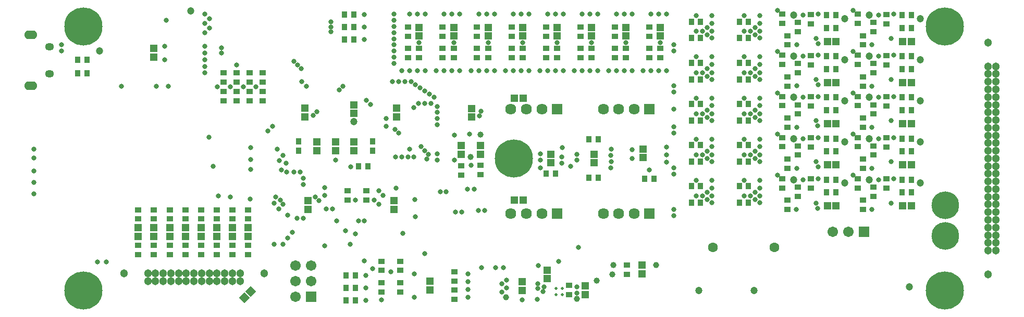
<source format=gbr>
%TF.GenerationSoftware,Altium Limited,Altium Designer,22.4.2 (48)*%
G04 Layer_Color=16711935*
%FSLAX45Y45*%
%MOMM*%
%TF.SameCoordinates,1579B7B8-C0FA-446B-BA7A-E71437B095E0*%
%TF.FilePolarity,Negative*%
%TF.FileFunction,Soldermask,Bot*%
%TF.Part,Single*%
G01*
G75*
%TA.AperFunction,ViaPad*%
%ADD87C,0.50000*%
%TA.AperFunction,SMDPad,CuDef*%
%ADD94R,0.90320X1.10320*%
%ADD95R,1.10320X0.90320*%
%ADD96R,1.30320X1.25320*%
%ADD97R,0.90320X1.05320*%
%ADD98R,1.25320X1.30320*%
%TA.AperFunction,ConnectorPad*%
%ADD99R,0.90320X1.10320*%
%TA.AperFunction,SMDPad,CuDef*%
G04:AMPARAMS|DCode=100|XSize=1.3032mm|YSize=1.2532mm|CornerRadius=0mm|HoleSize=0mm|Usage=FLASHONLY|Rotation=315.000|XOffset=0mm|YOffset=0mm|HoleType=Round|Shape=Rectangle|*
%AMROTATEDRECTD100*
4,1,4,-0.90383,0.01768,-0.01768,0.90383,0.90383,-0.01768,0.01768,-0.90383,-0.90383,0.01768,0.0*
%
%ADD100ROTATEDRECTD100*%

%TA.AperFunction,ComponentPad*%
%ADD101C,1.79320*%
%ADD102R,1.79320X1.79320*%
%ADD103C,1.30320*%
%ADD104C,4.50320*%
%ADD105C,1.70320*%
%ADD106R,1.70320X1.70320*%
%ADD107O,1.45320X1.25320*%
%ADD108O,2.10320X1.40320*%
%ADD109R,1.70320X1.70320*%
%TA.AperFunction,ViaPad*%
%ADD110C,0.80320*%
%ADD111C,1.00320*%
%ADD112C,1.20320*%
%ADD113C,6.20320*%
%ADD114C,1.60320*%
D87*
X9780002Y1285001D02*
D03*
X9680002D02*
D03*
X9780002Y1385001D02*
D03*
X9680002D02*
D03*
D94*
X11125000Y3170000D02*
D03*
X11275000D02*
D03*
X9525000Y3250000D02*
D03*
X9675000D02*
D03*
X10365000Y3810000D02*
D03*
X10215000D02*
D03*
X10220000Y3190000D02*
D03*
X10370000Y3190000D02*
D03*
X2060000Y5105000D02*
D03*
X1910000D02*
D03*
X2060000Y4890001D02*
D03*
X1910000Y4890000D02*
D03*
X6475000Y3370000D02*
D03*
X6625000D02*
D03*
X6420000Y1190000D02*
D03*
X6270000D02*
D03*
X6420000Y1395000D02*
D03*
X6270000D02*
D03*
Y1594999D02*
D03*
X6420000D02*
D03*
X6395000Y5440000D02*
D03*
X6245000Y5440000D02*
D03*
X6395000Y5645000D02*
D03*
X6245000Y5645000D02*
D03*
X11879999Y2780000D02*
D03*
X12029999D02*
D03*
X11879999Y3050000D02*
D03*
X12029999D02*
D03*
X12659998Y2780000D02*
D03*
X12809998D02*
D03*
X12659998Y3050000D02*
D03*
X12809998D02*
D03*
X11879999Y3450000D02*
D03*
X12029999D02*
D03*
X11879999Y3720000D02*
D03*
X12029999D02*
D03*
X12659998Y3450000D02*
D03*
X12809998D02*
D03*
X12659998Y3720000D02*
D03*
X12809998D02*
D03*
X11879999Y4120000D02*
D03*
X12029999D02*
D03*
X11879999Y4390000D02*
D03*
X12029999D02*
D03*
X12659998Y4120000D02*
D03*
X12809998D02*
D03*
X12659998Y4390000D02*
D03*
X12809998D02*
D03*
X11879999Y4790000D02*
D03*
X12029999D02*
D03*
X11879999Y5060000D02*
D03*
X12029999D02*
D03*
X12659998Y4790000D02*
D03*
X12809998D02*
D03*
X12659998Y5060000D02*
D03*
X12809998D02*
D03*
X11879999Y5459999D02*
D03*
X12029999D02*
D03*
X11879999Y5729999D02*
D03*
X12029999D02*
D03*
X12659998Y5730000D02*
D03*
X12809998D02*
D03*
X12659998Y5460000D02*
D03*
X12809998D02*
D03*
X14230000Y3155001D02*
D03*
X14080003D02*
D03*
X14230000Y2945001D02*
D03*
X14080003D02*
D03*
X15305000Y5835000D02*
D03*
X15455000D02*
D03*
X15305000Y5625000D02*
D03*
X15455000D02*
D03*
X14079999Y4495001D02*
D03*
X14229996D02*
D03*
X14079999Y4285001D02*
D03*
X14229996D02*
D03*
X14079999Y3825001D02*
D03*
X14230000D02*
D03*
X14079999Y3615001D02*
D03*
X14230000D02*
D03*
X14080003Y5165001D02*
D03*
X14230000D02*
D03*
X14080003Y4955001D02*
D03*
X14230000D02*
D03*
X14079999Y5835001D02*
D03*
X14230000D02*
D03*
X14079999Y5625001D02*
D03*
X14230000D02*
D03*
X15305003Y3825001D02*
D03*
X15455000D02*
D03*
X15305003Y3615001D02*
D03*
X15455000D02*
D03*
X15304997Y4495001D02*
D03*
X15455000D02*
D03*
X15304997Y4285001D02*
D03*
X15455000D02*
D03*
X15304997Y3155001D02*
D03*
X15454996D02*
D03*
X15304997Y2945001D02*
D03*
X15454996D02*
D03*
X15304997Y5165001D02*
D03*
X15455000D02*
D03*
X15304997Y4955001D02*
D03*
X15455000D02*
D03*
D95*
X6850000Y1475000D02*
D03*
Y1325000D02*
D03*
Y1825000D02*
D03*
Y1675000D02*
D03*
X4285000Y4440000D02*
D03*
Y4590000D02*
D03*
Y4745000D02*
D03*
Y4895000D02*
D03*
X4170001Y2515000D02*
D03*
Y2665000D02*
D03*
Y1935000D02*
D03*
Y2085000D02*
D03*
X6600000Y2825000D02*
D03*
Y2975000D02*
D03*
X6300000Y2975000D02*
D03*
Y2825000D02*
D03*
X10835000Y1615000D02*
D03*
Y1765000D02*
D03*
X7150000Y1675000D02*
D03*
Y1825000D02*
D03*
Y1325000D02*
D03*
Y1475000D02*
D03*
X8140000Y3230000D02*
D03*
Y3380000D02*
D03*
X8455000Y3390000D02*
D03*
Y3240000D02*
D03*
X4495000Y4895000D02*
D03*
Y4745000D02*
D03*
Y4590000D02*
D03*
Y4440000D02*
D03*
X4705000Y4895000D02*
D03*
Y4745000D02*
D03*
Y4590000D02*
D03*
Y4440000D02*
D03*
X4915000Y4590000D02*
D03*
Y4440000D02*
D03*
Y4895000D02*
D03*
Y4745000D02*
D03*
X8030000Y1355000D02*
D03*
Y1205000D02*
D03*
X8030000Y1505000D02*
D03*
Y1655000D02*
D03*
X9895682Y1435001D02*
D03*
Y1285001D02*
D03*
X2895001Y1935000D02*
D03*
Y2085000D02*
D03*
Y2515000D02*
D03*
Y2665000D02*
D03*
X3150001Y1935000D02*
D03*
Y2085000D02*
D03*
Y2515000D02*
D03*
Y2665000D02*
D03*
X4425001Y2515000D02*
D03*
Y2665000D02*
D03*
Y1935000D02*
D03*
Y2085000D02*
D03*
X3660001Y2515000D02*
D03*
Y2665000D02*
D03*
Y1935000D02*
D03*
Y2085000D02*
D03*
X3405001Y2515000D02*
D03*
Y2665000D02*
D03*
Y1935000D02*
D03*
Y2085000D02*
D03*
X3915001Y2515000D02*
D03*
Y2665000D02*
D03*
Y1935000D02*
D03*
Y2085000D02*
D03*
X4680001Y2515000D02*
D03*
Y2665000D02*
D03*
Y1935000D02*
D03*
Y2085000D02*
D03*
X8399007Y5639997D02*
D03*
Y5490000D02*
D03*
X8579007Y5144997D02*
D03*
Y5294999D02*
D03*
X8399007Y5144997D02*
D03*
Y5294999D02*
D03*
X8959007Y5639997D02*
D03*
Y5490000D02*
D03*
X9139007Y5144997D02*
D03*
Y5294999D02*
D03*
X8959007Y5144997D02*
D03*
Y5294999D02*
D03*
X7839007Y5639997D02*
D03*
Y5490000D02*
D03*
X8019007Y5144997D02*
D03*
Y5294999D02*
D03*
X7839007Y5144997D02*
D03*
Y5294999D02*
D03*
X7279008Y5490000D02*
D03*
Y5639997D02*
D03*
X7459007Y5294999D02*
D03*
Y5144997D02*
D03*
X7279008Y5294999D02*
D03*
Y5144997D02*
D03*
X10079007Y5639997D02*
D03*
Y5490000D02*
D03*
X10259007Y5144997D02*
D03*
Y5294999D02*
D03*
X10079007Y5144997D02*
D03*
Y5294999D02*
D03*
X11199007Y5639997D02*
D03*
Y5490000D02*
D03*
X11379006Y5144997D02*
D03*
Y5294999D02*
D03*
X11199007Y5144997D02*
D03*
Y5294999D02*
D03*
X9519007Y5639997D02*
D03*
Y5490000D02*
D03*
X9699007Y5144997D02*
D03*
Y5294999D02*
D03*
X9519007Y5144997D02*
D03*
Y5294999D02*
D03*
X10639007Y5639997D02*
D03*
Y5490000D02*
D03*
X10819007Y5144997D02*
D03*
Y5294999D02*
D03*
X10639007Y5144997D02*
D03*
Y5294999D02*
D03*
X13825002Y3165001D02*
D03*
Y3015003D02*
D03*
X13615001Y2884999D02*
D03*
Y3034996D02*
D03*
X13360001Y3170001D02*
D03*
Y3020003D02*
D03*
X13445001Y2669999D02*
D03*
Y2819996D02*
D03*
X15050000Y5695000D02*
D03*
Y5844999D02*
D03*
X14839999Y5715000D02*
D03*
Y5565000D02*
D03*
X14585001Y5700000D02*
D03*
Y5849999D02*
D03*
X14670000Y5500000D02*
D03*
Y5350000D02*
D03*
X13825002Y4354998D02*
D03*
Y4504995D02*
D03*
X13615001Y4375001D02*
D03*
Y4225004D02*
D03*
X13359996Y4359998D02*
D03*
Y4509995D02*
D03*
X13445001Y4160001D02*
D03*
Y4010004D02*
D03*
X13825002Y3684998D02*
D03*
Y3835000D02*
D03*
X13615001Y3705001D02*
D03*
Y3554999D02*
D03*
X13359996Y3689998D02*
D03*
Y3840000D02*
D03*
X13445001Y3490001D02*
D03*
Y3339999D02*
D03*
X13825002Y5025003D02*
D03*
Y5175000D02*
D03*
X13615001Y5044996D02*
D03*
Y4894999D02*
D03*
X13359996Y5030003D02*
D03*
Y5180000D02*
D03*
X13445001Y4829996D02*
D03*
Y4679999D02*
D03*
X13825002Y5694998D02*
D03*
Y5845000D02*
D03*
X13615001Y5715001D02*
D03*
Y5564999D02*
D03*
X13359996Y5699998D02*
D03*
Y5850000D02*
D03*
X13445001Y5500001D02*
D03*
Y5349999D02*
D03*
X15050002Y3685003D02*
D03*
Y3835000D02*
D03*
X14840001Y3704996D02*
D03*
Y3554999D02*
D03*
X14584996Y3690003D02*
D03*
Y3840000D02*
D03*
X14670001Y3489996D02*
D03*
Y3339999D02*
D03*
X15050002Y4354998D02*
D03*
Y4505000D02*
D03*
X14840001Y4375001D02*
D03*
Y4224999D02*
D03*
X14584996Y4359998D02*
D03*
Y4510000D02*
D03*
X14670001Y4160001D02*
D03*
Y4009999D02*
D03*
X15050002Y3014998D02*
D03*
Y3164995D02*
D03*
X14840001Y3035001D02*
D03*
Y2885004D02*
D03*
X14584996Y3019998D02*
D03*
Y3169995D02*
D03*
X14670001Y2820001D02*
D03*
Y2670004D02*
D03*
X15050002Y5024998D02*
D03*
Y5175000D02*
D03*
X14840001Y5045001D02*
D03*
Y4894999D02*
D03*
X14584996Y5029998D02*
D03*
Y5180000D02*
D03*
X14670001Y4830001D02*
D03*
Y4679999D02*
D03*
D96*
X4170001Y2370000D02*
D03*
Y2230000D02*
D03*
X9600002Y3569999D02*
D03*
Y3429998D02*
D03*
X6100000Y3630000D02*
D03*
Y3770000D02*
D03*
X6400000Y3630000D02*
D03*
Y3770000D02*
D03*
X11080000Y1760000D02*
D03*
Y1620000D02*
D03*
X8307497Y4313751D02*
D03*
Y4173751D02*
D03*
X10300000Y3570002D02*
D03*
Y3430002D02*
D03*
X11100000Y3655000D02*
D03*
Y3515000D02*
D03*
X8140000Y3710000D02*
D03*
Y3570000D02*
D03*
X8455000Y3710000D02*
D03*
Y3570000D02*
D03*
X3150000Y5290000D02*
D03*
Y5150000D02*
D03*
X6395000Y4235000D02*
D03*
Y4375000D02*
D03*
X5650000Y2810000D02*
D03*
Y2670000D02*
D03*
X5605000Y4180000D02*
D03*
Y4320000D02*
D03*
X7090000Y4180000D02*
D03*
Y4320000D02*
D03*
X7050000Y2670000D02*
D03*
Y2810000D02*
D03*
X5800000Y3630000D02*
D03*
Y3770000D02*
D03*
X7630000Y1500991D02*
D03*
Y1360991D02*
D03*
X9535002Y1540001D02*
D03*
Y1680001D02*
D03*
X10155002Y1285001D02*
D03*
Y1425001D02*
D03*
X9135002Y1352502D02*
D03*
Y1492502D02*
D03*
X2895001Y2370000D02*
D03*
Y2230000D02*
D03*
X3150001Y2370000D02*
D03*
Y2230000D02*
D03*
X4425001Y2370000D02*
D03*
Y2230000D02*
D03*
X3660001Y2370000D02*
D03*
Y2230000D02*
D03*
X3405001Y2370000D02*
D03*
Y2230000D02*
D03*
X3915001Y2370000D02*
D03*
Y2230000D02*
D03*
X4680001Y2370000D02*
D03*
Y2230000D02*
D03*
X8579007Y5494999D02*
D03*
Y5634998D02*
D03*
X9139007Y5494999D02*
D03*
Y5634998D02*
D03*
X8019007Y5494999D02*
D03*
Y5634998D02*
D03*
X7459007D02*
D03*
Y5494999D02*
D03*
X10259007D02*
D03*
Y5634998D02*
D03*
X11379006Y5494999D02*
D03*
Y5634998D02*
D03*
X9699007Y5494999D02*
D03*
Y5634998D02*
D03*
X10819007Y5494999D02*
D03*
Y5634998D02*
D03*
D97*
X5500000Y3622500D02*
D03*
Y3777500D02*
D03*
X6700000D02*
D03*
Y3622500D02*
D03*
D98*
X9005000Y4480000D02*
D03*
X9145000D02*
D03*
X9005000Y2825000D02*
D03*
X9145000D02*
D03*
X15455000Y3394998D02*
D03*
X15314999D02*
D03*
X14089999Y2724998D02*
D03*
X14230000D02*
D03*
X15455000Y5405000D02*
D03*
X15314999D02*
D03*
X14230005Y4064998D02*
D03*
X14089999D02*
D03*
X14230000Y3394998D02*
D03*
X14089999D02*
D03*
X14230000Y4734998D02*
D03*
X14089999D02*
D03*
X14230000Y5404998D02*
D03*
X14089999D02*
D03*
X15455000Y4064998D02*
D03*
X15314999D02*
D03*
X15455005Y2724998D02*
D03*
X15314999D02*
D03*
X15455000Y4734998D02*
D03*
X15314999D02*
D03*
D99*
X6245000Y5844999D02*
D03*
X6395000Y5844999D02*
D03*
D100*
X4719498Y1329497D02*
D03*
X4620503Y1230502D02*
D03*
D101*
X8949998Y4299999D02*
D03*
X9200000D02*
D03*
X9450002D02*
D03*
X10949999Y2600001D02*
D03*
X10699997D02*
D03*
X10450000D02*
D03*
X10950002Y4300002D02*
D03*
X10700000D02*
D03*
X10449998D02*
D03*
X8949998Y2599999D02*
D03*
X9200000D02*
D03*
X9450002D02*
D03*
D102*
X9699999Y4299999D02*
D03*
X11200001Y2600001D02*
D03*
X11199999Y4300001D02*
D03*
X9699999Y2599999D02*
D03*
D103*
X2660000Y1625000D02*
D03*
X4940001Y1625000D02*
D03*
X3050001Y1500001D02*
D03*
X3175000D02*
D03*
X3299998D02*
D03*
X3425002D02*
D03*
X3550001D02*
D03*
X3674999D02*
D03*
X3800003D02*
D03*
X3925001D02*
D03*
X4050000D02*
D03*
X4174998D02*
D03*
X4300002D02*
D03*
X4425000D02*
D03*
X4549998D02*
D03*
X3050002Y1625000D02*
D03*
X3175000D02*
D03*
X3299998D02*
D03*
X3425002D02*
D03*
X3550000D02*
D03*
X3674999D02*
D03*
X3800003D02*
D03*
X3925001D02*
D03*
X4050000D02*
D03*
X4174998D02*
D03*
X4300002D02*
D03*
X4425000D02*
D03*
X4549999D02*
D03*
X16700000Y2500000D02*
D03*
X16825000Y2375000D02*
D03*
Y2500000D02*
D03*
X16700000Y2250000D02*
D03*
X16825000D02*
D03*
X16700000Y2125000D02*
D03*
X16825000D02*
D03*
X16700000Y2375000D02*
D03*
Y2000000D02*
D03*
X16825000D02*
D03*
X16700000Y1610000D02*
D03*
Y5390000D02*
D03*
X16825000Y2625000D02*
D03*
Y2750000D02*
D03*
Y2875000D02*
D03*
Y3000000D02*
D03*
Y3125000D02*
D03*
Y3250000D02*
D03*
Y3375000D02*
D03*
Y3500000D02*
D03*
Y3625000D02*
D03*
Y3750000D02*
D03*
Y3875000D02*
D03*
Y4000000D02*
D03*
Y4125000D02*
D03*
Y4250000D02*
D03*
Y4375000D02*
D03*
Y4500000D02*
D03*
Y4625000D02*
D03*
Y4750000D02*
D03*
Y4875000D02*
D03*
Y5000000D02*
D03*
X16700000Y2625000D02*
D03*
Y2750000D02*
D03*
Y2875000D02*
D03*
Y3000000D02*
D03*
Y3125000D02*
D03*
Y3250000D02*
D03*
Y3375000D02*
D03*
Y3500000D02*
D03*
Y3625000D02*
D03*
Y3750000D02*
D03*
Y3875000D02*
D03*
Y4000000D02*
D03*
Y4125000D02*
D03*
Y4250000D02*
D03*
Y4375000D02*
D03*
Y4500000D02*
D03*
Y4625000D02*
D03*
Y4750000D02*
D03*
Y4875000D02*
D03*
Y5000000D02*
D03*
D104*
X16005000Y2740000D02*
D03*
X16005000Y2239996D02*
D03*
D105*
X14175999Y2305000D02*
D03*
X14430000D02*
D03*
X5451000Y1251000D02*
D03*
X5705000Y1505000D02*
D03*
X5451000D02*
D03*
X5705000Y1759000D02*
D03*
X5451000D02*
D03*
D106*
X14684000Y2305000D02*
D03*
D107*
X1450000Y5322500D02*
D03*
Y4877497D02*
D03*
D108*
X1150001Y4682502D02*
D03*
X1150001Y5517501D02*
D03*
D109*
X5705000Y1251000D02*
D03*
D110*
X4050000Y5775000D02*
D03*
X3975000Y5700000D02*
D03*
X4050000Y5625000D02*
D03*
X7300000Y3650000D02*
D03*
X6050000Y2675000D02*
D03*
X9920000Y3370000D02*
D03*
X11475000Y3687501D02*
D03*
Y3562498D02*
D03*
Y3437499D02*
D03*
X10580000Y3450000D02*
D03*
X10920000Y3500000D02*
D03*
Y3640000D02*
D03*
X10020000Y3570000D02*
D03*
Y3470000D02*
D03*
X3350000Y5750000D02*
D03*
X9425000Y3350000D02*
D03*
X8150000Y2625000D02*
D03*
X8050000D02*
D03*
X5950000Y2675000D02*
D03*
X2235000Y1815000D02*
D03*
X2375000D02*
D03*
X5925000Y2900000D02*
D03*
X10050000Y2050000D02*
D03*
X7550000Y1950000D02*
D03*
X7195000Y2278661D02*
D03*
X6925000Y4025000D02*
D03*
Y4150000D02*
D03*
X5575000Y3075000D02*
D03*
Y3175000D02*
D03*
X7000000Y1650000D02*
D03*
X6700000Y1700000D02*
D03*
X6850000Y1200000D02*
D03*
X5922791Y2077209D02*
D03*
X7375000Y4325000D02*
D03*
X7450000Y4400000D02*
D03*
X7550000D02*
D03*
X7650000D02*
D03*
X4495000Y5025000D02*
D03*
X4180000Y4670000D02*
D03*
X4390000D02*
D03*
X4600000D02*
D03*
X4810000D02*
D03*
X11595000Y3915000D02*
D03*
X12209999Y5570000D02*
D03*
X5925000Y3025000D02*
D03*
X4715000Y2840000D02*
D03*
X4390000Y2875000D02*
D03*
X4200000Y2890000D02*
D03*
X4110000Y3370000D02*
D03*
X4045000Y3850000D02*
D03*
X5125000Y2875000D02*
D03*
X5220000Y3315000D02*
D03*
X5000000Y3950000D02*
D03*
X5075000Y4025000D02*
D03*
X5300000Y3425000D02*
D03*
X5190000Y3465000D02*
D03*
X5525000Y3275000D02*
D03*
X5425000D02*
D03*
X6800000Y2975000D02*
D03*
X6875000Y2900000D02*
D03*
X7390000Y2830000D02*
D03*
X7085000Y3020000D02*
D03*
X5625000Y4675000D02*
D03*
X5550000Y4750000D02*
D03*
X6265000Y2320000D02*
D03*
X11600000Y4300001D02*
D03*
X8245000Y3000000D02*
D03*
X8350000D02*
D03*
X7400000Y2550000D02*
D03*
X8425000Y2650000D02*
D03*
X8525000D02*
D03*
X6570000Y2487300D02*
D03*
X6475000Y2485000D02*
D03*
X6420000Y2275000D02*
D03*
X6118446Y2485000D02*
D03*
X5575000Y2525000D02*
D03*
X5475000D02*
D03*
X7750000Y4150000D02*
D03*
Y4050000D02*
D03*
Y4250000D02*
D03*
X7900000Y2955000D02*
D03*
X7800000D02*
D03*
X12839998Y2890000D02*
D03*
X11600000Y3245000D02*
D03*
X7175000Y3525000D02*
D03*
X7075000D02*
D03*
X7275000D02*
D03*
X7375000D02*
D03*
X8475000Y1725000D02*
D03*
X8825000D02*
D03*
X8700000D02*
D03*
X8880002Y1520002D02*
D03*
X15170000Y3170000D02*
D03*
X7992997Y4930001D02*
D03*
X7865997D02*
D03*
X8119997D02*
D03*
X7475000Y4650000D02*
D03*
X7225000Y4750000D02*
D03*
X7125000D02*
D03*
X7178998Y4930001D02*
D03*
X11960059Y5154931D02*
D03*
X12209999Y5155000D02*
D03*
X11959999Y5825000D02*
D03*
X12209999D02*
D03*
Y5700000D02*
D03*
X6800000Y2750000D02*
D03*
X7750000Y3575000D02*
D03*
Y3475000D02*
D03*
X12209999Y3145000D02*
D03*
Y3020000D02*
D03*
X7700000Y4500000D02*
D03*
X7625000Y4550000D02*
D03*
X7550000Y4600000D02*
D03*
X7400000Y4700000D02*
D03*
X7325000Y4750000D02*
D03*
X7750000Y4350000D02*
D03*
X7025000Y4750000D02*
D03*
X7050000Y5050000D02*
D03*
X9395000Y1755000D02*
D03*
X7050000Y5150000D02*
D03*
X7460000Y5385000D02*
D03*
X9140000D02*
D03*
X7050000Y5250000D02*
D03*
X11600000Y4585000D02*
D03*
X7050000Y5350000D02*
D03*
Y5450000D02*
D03*
X11098997Y4930001D02*
D03*
X7050000Y5550000D02*
D03*
Y5650000D02*
D03*
Y5750000D02*
D03*
X1200000Y3510000D02*
D03*
X7559998Y5854998D02*
D03*
X7305998D02*
D03*
X8030000Y3880000D02*
D03*
X8035000Y3470000D02*
D03*
X8985997Y5854998D02*
D03*
X7050000Y5850000D02*
D03*
X12989998Y5570000D02*
D03*
X12989999Y5460000D02*
D03*
X12739998Y5825000D02*
D03*
X11600000Y3345000D02*
D03*
X12989998Y3145000D02*
D03*
X6025000Y5565000D02*
D03*
Y5645000D02*
D03*
Y5725000D02*
D03*
X5545000Y4960000D02*
D03*
X5485000Y5020000D02*
D03*
X5425000Y5080000D02*
D03*
X7865997Y5854998D02*
D03*
X11225997D02*
D03*
X7992997D02*
D03*
X11352997D02*
D03*
Y4930001D02*
D03*
X9545997Y5854998D02*
D03*
X10919997D02*
D03*
X10105997D02*
D03*
X10665997D02*
D03*
X11595000Y2570000D02*
D03*
Y2670000D02*
D03*
Y4015000D02*
D03*
X11600000Y4685000D02*
D03*
X13935001Y2690000D02*
D03*
X13939999Y3365000D02*
D03*
X13935001Y4035000D02*
D03*
X13939999Y4705000D02*
D03*
X11600000Y5250000D02*
D03*
Y5350000D02*
D03*
X14510001Y5240000D02*
D03*
X13939999Y5370000D02*
D03*
X7124491Y3913275D02*
D03*
X7610000Y3570000D02*
D03*
X7550000Y3630000D02*
D03*
X7580000Y3490000D02*
D03*
X8460000Y4270000D02*
D03*
X7490000Y3690000D02*
D03*
X8440000Y4190000D02*
D03*
X5400000Y2300000D02*
D03*
X10575000Y3350000D02*
D03*
Y3550000D02*
D03*
X10580000Y3650000D02*
D03*
X9780000Y3675000D02*
D03*
X9425000Y3575000D02*
D03*
X9775000Y3525000D02*
D03*
X9425000Y3475000D02*
D03*
X9775000Y3425000D02*
D03*
X10025002Y1310001D02*
D03*
Y1405002D02*
D03*
X8255000Y1621491D02*
D03*
Y1494491D02*
D03*
X9135002Y1199050D02*
D03*
X8800002Y1325001D02*
D03*
Y1455001D02*
D03*
X8255000Y1240491D02*
D03*
Y1367491D02*
D03*
X9380002Y1205001D02*
D03*
X1650000Y5250000D02*
D03*
X3975000Y5215000D02*
D03*
X4250000Y5220000D02*
D03*
Y5305000D02*
D03*
X6725000Y2825000D02*
D03*
X8300000Y3390000D02*
D03*
X8274998Y3900000D02*
D03*
X3325000Y5111249D02*
D03*
Y5331249D02*
D03*
X3975000Y4896248D02*
D03*
Y5105000D02*
D03*
Y5330000D02*
D03*
Y5550000D02*
D03*
Y5001252D02*
D03*
Y5850000D02*
D03*
X5305000Y3280000D02*
D03*
X5325000Y2575000D02*
D03*
Y2200000D02*
D03*
X5250000Y2100000D02*
D03*
X5100000D02*
D03*
X5250000Y2750000D02*
D03*
X5200000Y2825000D02*
D03*
X5175000Y2675000D02*
D03*
X5100000Y2775000D02*
D03*
X6425000Y2825000D02*
D03*
X4725000Y3325000D02*
D03*
Y3480000D02*
D03*
Y3675000D02*
D03*
X3379998Y4675000D02*
D03*
X3190000D02*
D03*
X2620000D02*
D03*
X1200000Y3650000D02*
D03*
Y3300000D02*
D03*
Y3110000D02*
D03*
Y2925000D02*
D03*
X6600000Y4450000D02*
D03*
X6345000Y3360000D02*
D03*
X6100000Y3475000D02*
D03*
X5250000Y3550000D02*
D03*
X5155000Y3650000D02*
D03*
X6160000Y4620000D02*
D03*
X5740000Y4200000D02*
D03*
X6669950Y4380000D02*
D03*
X5830000Y2810000D02*
D03*
X5770000Y2870000D02*
D03*
X5800000Y4260000D02*
D03*
X6220000Y4680000D02*
D03*
X7065000Y3975000D02*
D03*
X14924805Y5835195D02*
D03*
X12989998Y5700000D02*
D03*
X15170000Y5850000D02*
D03*
X15130000Y5455000D02*
D03*
X12989998Y5825000D02*
D03*
X14510001Y5910000D02*
D03*
X14814999Y5350000D02*
D03*
X13700000Y5835000D02*
D03*
X13945000Y5850000D02*
D03*
X12210000Y5460000D02*
D03*
X13905000Y5455000D02*
D03*
X13285001Y5910000D02*
D03*
X13590096Y5350394D02*
D03*
X14925000Y5165000D02*
D03*
X12989998Y5030000D02*
D03*
X15170000Y5180000D02*
D03*
X12989999Y4790000D02*
D03*
X15130000Y4785000D02*
D03*
X12989998Y5155000D02*
D03*
Y4900000D02*
D03*
X14814999Y4680000D02*
D03*
X13700000Y5165000D02*
D03*
X12209999Y5030000D02*
D03*
X13945000Y5180000D02*
D03*
X12210000Y4790000D02*
D03*
X13905000Y4785000D02*
D03*
X13285001Y5240000D02*
D03*
X12209999Y4900000D02*
D03*
X13590096Y4680394D02*
D03*
X14925000Y4495000D02*
D03*
X12989998Y4360000D02*
D03*
X15170000Y4510000D02*
D03*
X12989999Y4120000D02*
D03*
X15130000Y4115000D02*
D03*
X12989998Y4485000D02*
D03*
X14510001Y4570000D02*
D03*
X12989998Y4230000D02*
D03*
X14814999Y4010000D02*
D03*
X13700000Y4495000D02*
D03*
X12209999Y4360000D02*
D03*
X13945000Y4510000D02*
D03*
X12210000Y4120000D02*
D03*
X13905000Y4115000D02*
D03*
X12209999Y4485000D02*
D03*
X13285001Y4570000D02*
D03*
X12209999Y4230000D02*
D03*
X13590096Y4010394D02*
D03*
X14925000Y3825000D02*
D03*
X12989998Y3690000D02*
D03*
X15170000Y3840000D02*
D03*
X12989999Y3450000D02*
D03*
X15130000Y3445000D02*
D03*
X12989998Y3815000D02*
D03*
X14510001Y3900000D02*
D03*
X12989998Y3560000D02*
D03*
X14814999Y3340000D02*
D03*
X13700000Y3825000D02*
D03*
X12209999Y3690000D02*
D03*
X13945000Y3840000D02*
D03*
X12210000Y3450000D02*
D03*
X13905000Y3445000D02*
D03*
X12209999Y3815000D02*
D03*
X13285001Y3900000D02*
D03*
X12209999Y3560000D02*
D03*
X13589999Y3340000D02*
D03*
X6590000Y1395000D02*
D03*
X6590000Y1190000D02*
D03*
X6590000Y1595000D02*
D03*
X6565000Y5844999D02*
D03*
Y5645000D02*
D03*
Y5440000D02*
D03*
X7380000Y1621491D02*
D03*
Y1240491D02*
D03*
X6565000Y1835001D02*
D03*
X6340000Y2100000D02*
D03*
X9727502Y1822502D02*
D03*
X8880002Y1390002D02*
D03*
X9470002Y1330001D02*
D03*
X9385002Y1380001D02*
D03*
X9485002Y1410001D02*
D03*
X9385002Y1460001D02*
D03*
X11479997Y4930001D02*
D03*
X8858997D02*
D03*
X8985997D02*
D03*
X8425997D02*
D03*
X8552997D02*
D03*
X8679997D02*
D03*
X10538997D02*
D03*
X9112997Y5854998D02*
D03*
X10232997D02*
D03*
X10359997D02*
D03*
X8679997D02*
D03*
X11225997Y4930001D02*
D03*
X11479997Y5854998D02*
D03*
X11379999Y5385000D02*
D03*
X10665997Y4930001D02*
D03*
X10919997D02*
D03*
X10792997Y5854998D02*
D03*
X10819999Y5385000D02*
D03*
X10792997Y4930001D02*
D03*
X10105997D02*
D03*
X10359997D02*
D03*
X9978997D02*
D03*
X10260000Y5385000D02*
D03*
X10232997Y4930001D02*
D03*
X9545997D02*
D03*
X9799997D02*
D03*
X9672997Y5854998D02*
D03*
X9799997D02*
D03*
X9418997Y4930001D02*
D03*
X9700000Y5385000D02*
D03*
X9672997Y4930001D02*
D03*
X9239997D02*
D03*
Y5854998D02*
D03*
X9112997Y4930001D02*
D03*
X8552997Y5854998D02*
D03*
X8298997Y4930001D02*
D03*
X8580000Y5385000D02*
D03*
X8425997Y5854998D02*
D03*
X8119997D02*
D03*
X7738997Y4930001D02*
D03*
X8020000Y5385000D02*
D03*
X11200001Y3312501D02*
D03*
X7432998Y5854998D02*
D03*
X1650000Y5350000D02*
D03*
X14925000Y3155000D02*
D03*
X7432998Y4930001D02*
D03*
X7559998D02*
D03*
X7305998D02*
D03*
X13589925Y2670135D02*
D03*
X12739998Y3145000D02*
D03*
X12059999Y2890000D02*
D03*
X12209999D02*
D03*
X12210000Y2780000D02*
D03*
X11959999Y2890000D02*
D03*
X12135000Y2830000D02*
D03*
X11959999Y3145000D02*
D03*
X12134999Y2950000D02*
D03*
X12989998Y3020000D02*
D03*
Y2890000D02*
D03*
X12989999Y2780000D02*
D03*
X12739998Y2890000D02*
D03*
X12914999Y2830000D02*
D03*
X12914998Y2950000D02*
D03*
X12059999Y3560000D02*
D03*
X11959999D02*
D03*
X12135000Y3500000D02*
D03*
X11959999Y3815000D02*
D03*
X12134999Y3620000D02*
D03*
X12839998Y3560000D02*
D03*
X12739998D02*
D03*
X12914999Y3500000D02*
D03*
X12739998Y3815000D02*
D03*
X12914998Y3620000D02*
D03*
X12059999Y4230000D02*
D03*
X11959999D02*
D03*
X12135000Y4170000D02*
D03*
X11959999Y4485000D02*
D03*
X12134999Y4290000D02*
D03*
X12839998Y4230000D02*
D03*
X12739998D02*
D03*
X12914999Y4170000D02*
D03*
X12739998Y4485000D02*
D03*
X12914998Y4290000D02*
D03*
X12059999Y4900000D02*
D03*
X11959999D02*
D03*
X12135000Y4840000D02*
D03*
X12134999Y4960000D02*
D03*
X12839998Y4900000D02*
D03*
X12739998D02*
D03*
X12914999Y4840000D02*
D03*
X12739998Y5155000D02*
D03*
X12914998Y4960000D02*
D03*
X12059999Y5570000D02*
D03*
X11959999D02*
D03*
X12135000Y5510000D02*
D03*
X12134999Y5630000D02*
D03*
X12914999Y5510000D02*
D03*
X12914998Y5630000D02*
D03*
X12839998Y5570000D02*
D03*
X12739998D02*
D03*
X13285001Y3230000D02*
D03*
X13905000Y2775000D02*
D03*
X13945000Y3170000D02*
D03*
X13700000Y3155000D02*
D03*
X14814999Y2670000D02*
D03*
X14510001Y3230000D02*
D03*
X15130000Y2775000D02*
D03*
D111*
X10345000Y1510000D02*
D03*
X8455000Y3890000D02*
D03*
X10610000Y1765000D02*
D03*
X10600000Y1615000D02*
D03*
X11310000Y1760000D02*
D03*
X10025002Y1210001D02*
D03*
X8870002Y1235001D02*
D03*
X8290403Y3525002D02*
D03*
D112*
X6395000Y4100000D02*
D03*
X12900000Y1349999D02*
D03*
X11999999Y1350000D02*
D03*
X15420000Y1410000D02*
D03*
X14770000Y5835000D02*
D03*
X15600000Y5780000D02*
D03*
X13545000Y5835000D02*
D03*
X14375000Y5780000D02*
D03*
X14770000Y5165000D02*
D03*
X15600000Y5110000D02*
D03*
X13545000Y5165000D02*
D03*
X14375000Y5110000D02*
D03*
X14770000Y4495000D02*
D03*
X15600000Y4440000D02*
D03*
X13545000Y4495000D02*
D03*
X14375000Y4440000D02*
D03*
X14770000Y3825000D02*
D03*
X15600000Y3770000D02*
D03*
X13545000Y3825000D02*
D03*
X14375000Y3770000D02*
D03*
X3750000Y5900000D02*
D03*
X2265000Y5250000D02*
D03*
X13544904Y3154606D02*
D03*
X14375000Y3100000D02*
D03*
X15600000D02*
D03*
X14770000Y3155000D02*
D03*
D113*
X16000000Y5650000D02*
D03*
X9000000Y3500000D02*
D03*
X16000000Y1350000D02*
D03*
X2000000Y5650000D02*
D03*
Y1350000D02*
D03*
D114*
X13230000Y2050000D02*
D03*
X12230000D02*
D03*
%TF.MD5,739a87eec6597cceba64a70e58a9529c*%
M02*

</source>
